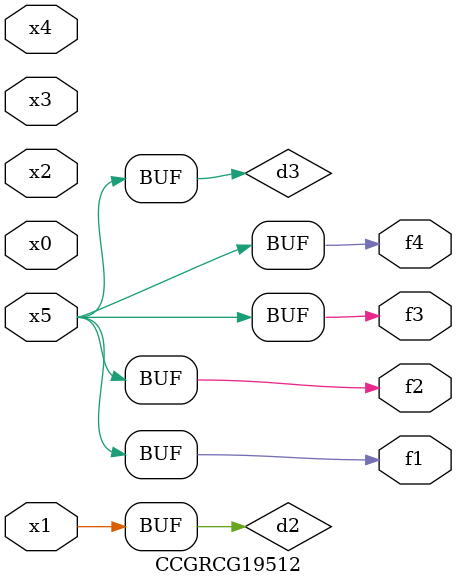
<source format=v>
module CCGRCG19512(
	input x0, x1, x2, x3, x4, x5,
	output f1, f2, f3, f4
);

	wire d1, d2, d3;

	not (d1, x5);
	or (d2, x1);
	xnor (d3, d1);
	assign f1 = d3;
	assign f2 = d3;
	assign f3 = d3;
	assign f4 = d3;
endmodule

</source>
